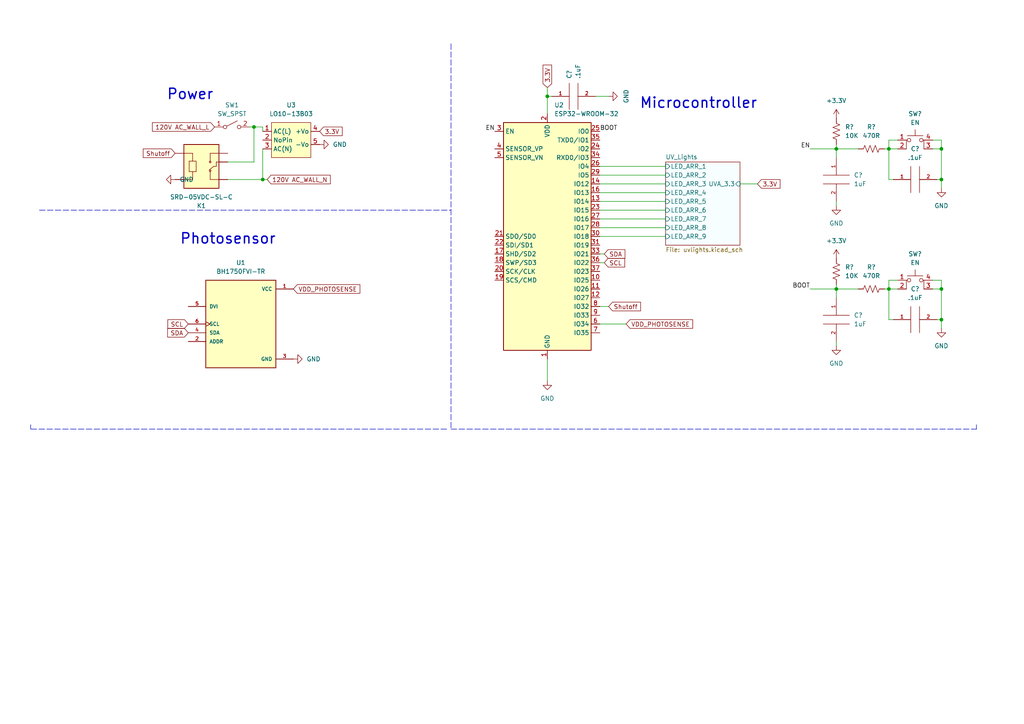
<source format=kicad_sch>
(kicad_sch (version 20211123) (generator eeschema)
  (paper "A4")
  (lib_symbols
    (symbol "BH1750FVI-TR:BH1750FVI-TR" (pin_names (offset 1.016))
      (property "Reference" "U" (at -10.1854 13.462 0))
      (property "Value" "BH1750FVI-TR" (at -9.9314 -15.24 0))
      (symbol "BH1750FVI-TR_0_0"
        (rectangle (start -10.16 -12.7) (end 10.16 12.7) (stroke (width 0.254)) (fill (type background)))
        (pin power_in line (at 15.24 10.16 180) (length 5.08) (name "VCC") (number "1"))
        (pin input line (at -15.24 -5.08 0) (length 5.08) (name "ADDR") (number "2"))
        (pin power_in line (at 15.24 -10.16 180) (length 5.08) (name "GND") (number "3"))
        (pin bidirectional line (at -15.24 -2.54 0) (length 5.08) (name "SDA") (number "4"))
        (pin input line (at -15.24 5.08 0) (length 5.08) (name "DVI") (number "5"))
        (pin input clock (at -15.24 0 0) (length 5.08) (name "SCL") (number "6"))
      )
    )
    (symbol "Device:R_US" (pin_numbers hide) (pin_names (offset 0))
      (property "Reference" "R" (at 2.54 0 90))
      (property "Value" "R_US" (at -2.54 0 90))
      (symbol "R_US_0_1"
        (polyline (pts (xy 0 -2.286) (xy 0 -2.54)))
        (polyline (pts (xy 0 2.286) (xy 0 2.54)))
        (polyline (pts (xy 0 -0.762) (xy 1.016 -1.143) (xy 0 -1.524) (xy -1.016 -1.905) (xy 0 -2.286)))
        (polyline (pts (xy 0 0.762) (xy 1.016 0.381) (xy 0 0) (xy -1.016 -0.381) (xy 0 -0.762)))
        (polyline (pts (xy 0 2.286) (xy 1.016 1.905) (xy 0 1.524) (xy -1.016 1.143) (xy 0 0.762)))
      )
      (symbol "R_US_1_1"
        (pin passive line (at 0 3.81 270) (length 1.27) (name "~") (number "1"))
        (pin passive line (at 0 -3.81 90) (length 1.27) (name "~") (number "2"))
      )
    )
    (symbol "LO10-13B03_1"
      (property "Reference" "U" (at 0 2.54 0))
      (property "Value" "LO10-13B03_1" (at 0 0 0))
      (symbol "LO10-13B03_1_0_1"
        (rectangle (start -6.35 -1.27) (end 5.08 -11.43) (fill (type background)))
      )
      (symbol "LO10-13B03_1_1_1"
        (pin input line (at -8.89 -3.81 0) (length 2.54) (name "AC(L)") (number "1"))
        (pin input line (at -8.89 -6.35 0) (length 2.54) (name "NoPin") (number "2"))
        (pin input line (at -8.89 -8.89 0) (length 2.54) (name "AC(N)") (number "3"))
        (pin input line (at 7.62 -3.81 180) (length 2.54) (name "+Vo") (number "4"))
        (pin input line (at 7.62 -7.62 180) (length 2.54) (name "-Vo") (number "5"))
      )
    )
    (symbol "RF_Module:ESP32-WROOM-32"
      (property "Reference" "U" (at -12.7 34.29 0))
      (property "Value" "ESP32-WROOM-32" (at 1.27 34.29 0))
      (symbol "ESP32-WROOM-32_0_1"
        (rectangle (start -12.7 33.02) (end 12.7 -33.02) (stroke (width 0.254)) (fill (type background)))
      )
      (symbol "ESP32-WROOM-32_1_1"
        (pin power_in line (at 0 -35.56 90) (length 2.54) (name "GND") (number "1"))
        (pin bidirectional line (at 15.24 -12.7 180) (length 2.54) (name "IO25") (number "10"))
        (pin bidirectional line (at 15.24 -15.24 180) (length 2.54) (name "IO26") (number "11"))
        (pin bidirectional line (at 15.24 -17.78 180) (length 2.54) (name "IO27") (number "12"))
        (pin bidirectional line (at 15.24 10.16 180) (length 2.54) (name "IO14") (number "13"))
        (pin bidirectional line (at 15.24 15.24 180) (length 2.54) (name "IO12") (number "14"))
        (pin passive line (at 0 -35.56 90) (length 2.54) hide (name "GND") (number "15"))
        (pin bidirectional line (at 15.24 12.7 180) (length 2.54) (name "IO13") (number "16"))
        (pin bidirectional line (at -15.24 -5.08 0) (length 2.54) (name "SHD/SD2") (number "17"))
        (pin bidirectional line (at -15.24 -7.62 0) (length 2.54) (name "SWP/SD3") (number "18"))
        (pin bidirectional line (at -15.24 -12.7 0) (length 2.54) (name "SCS/CMD") (number "19"))
        (pin power_in line (at 0 35.56 270) (length 2.54) (name "VDD") (number "2"))
        (pin bidirectional line (at -15.24 -10.16 0) (length 2.54) (name "SCK/CLK") (number "20"))
        (pin bidirectional line (at -15.24 0 0) (length 2.54) (name "SDO/SD0") (number "21"))
        (pin bidirectional line (at -15.24 -2.54 0) (length 2.54) (name "SDI/SD1") (number "22"))
        (pin bidirectional line (at 15.24 7.62 180) (length 2.54) (name "IO15") (number "23"))
        (pin bidirectional line (at 15.24 25.4 180) (length 2.54) (name "IO2") (number "24"))
        (pin bidirectional line (at 15.24 30.48 180) (length 2.54) (name "IO0") (number "25"))
        (pin bidirectional line (at 15.24 20.32 180) (length 2.54) (name "IO4") (number "26"))
        (pin bidirectional line (at 15.24 5.08 180) (length 2.54) (name "IO16") (number "27"))
        (pin bidirectional line (at 15.24 2.54 180) (length 2.54) (name "IO17") (number "28"))
        (pin bidirectional line (at 15.24 17.78 180) (length 2.54) (name "IO5") (number "29"))
        (pin input line (at -15.24 30.48 0) (length 2.54) (name "EN") (number "3"))
        (pin bidirectional line (at 15.24 0 180) (length 2.54) (name "IO18") (number "30"))
        (pin bidirectional line (at 15.24 -2.54 180) (length 2.54) (name "IO19") (number "31"))
        (pin no_connect line (at -12.7 -27.94 0) (length 2.54) hide (name "NC") (number "32"))
        (pin bidirectional line (at 15.24 -5.08 180) (length 2.54) (name "IO21") (number "33"))
        (pin bidirectional line (at 15.24 22.86 180) (length 2.54) (name "RXD0/IO3") (number "34"))
        (pin bidirectional line (at 15.24 27.94 180) (length 2.54) (name "TXD0/IO1") (number "35"))
        (pin bidirectional line (at 15.24 -7.62 180) (length 2.54) (name "IO22") (number "36"))
        (pin bidirectional line (at 15.24 -10.16 180) (length 2.54) (name "IO23") (number "37"))
        (pin passive line (at 0 -35.56 90) (length 2.54) hide (name "GND") (number "38"))
        (pin passive line (at 0 -35.56 90) (length 2.54) hide (name "GND") (number "39"))
        (pin input line (at -15.24 25.4 0) (length 2.54) (name "SENSOR_VP") (number "4"))
        (pin input line (at -15.24 22.86 0) (length 2.54) (name "SENSOR_VN") (number "5"))
        (pin input line (at 15.24 -25.4 180) (length 2.54) (name "IO34") (number "6"))
        (pin input line (at 15.24 -27.94 180) (length 2.54) (name "IO35") (number "7"))
        (pin bidirectional line (at 15.24 -20.32 180) (length 2.54) (name "IO32") (number "8"))
        (pin bidirectional line (at 15.24 -22.86 180) (length 2.54) (name "IO33") (number "9"))
      )
    )
    (symbol "SRD-05VDC-SL-C:SRD-05VDC-SL-C" (pin_numbers hide) (pin_names (offset 1.016) hide)
      (property "Reference" "K" (at -5.08 5.842 0))
      (property "Value" "SRD-05VDC-SL-C" (at -5.08 -10.16 0))
      (symbol "SRD-05VDC-SL-C_0_0"
        (rectangle (start -5.08 -7.62) (end 5.08 5.08) (stroke (width 0.254)) (fill (type background)))
        (polyline (pts (xy -5.08 2.54) (xy -2.54 2.54)) (stroke (width 0.1524)))
        (polyline (pts (xy -3.556 -2.794) (xy -2.54 -2.794)) (stroke (width 0.1524)))
        (polyline (pts (xy -3.556 0.254) (xy -3.556 -2.794)) (stroke (width 0.1524)))
        (polyline (pts (xy -2.54 -5.08) (xy -5.08 -5.08)) (stroke (width 0.1524)))
        (polyline (pts (xy -2.54 -2.794) (xy -2.54 -5.08)) (stroke (width 0.1524)))
        (polyline (pts (xy -2.54 -2.794) (xy -1.524 -2.794)) (stroke (width 0.1524)))
        (polyline (pts (xy -2.54 0.254) (xy -3.556 0.254)) (stroke (width 0.1524)))
        (polyline (pts (xy -2.54 2.54) (xy -2.54 0.254)) (stroke (width 0.1524)))
        (polyline (pts (xy -1.524 -2.794) (xy -1.524 0.254)) (stroke (width 0.1524)))
        (polyline (pts (xy -1.524 0.254) (xy -2.54 0.254)) (stroke (width 0.1524)))
        (polyline (pts (xy 2.54 -5.08) (xy 5.08 -5.08)) (stroke (width 0.1524)))
        (polyline (pts (xy 2.54 -2.54) (xy 2.54 -5.08)) (stroke (width 0.1524)))
        (polyline (pts (xy 2.54 2.54) (xy 2.54 0)) (stroke (width 0.1524)))
        (polyline (pts (xy 3.556 -1.27) (xy 2.286 -2.286)) (stroke (width 0.1524)))
        (polyline (pts (xy 3.556 -1.27) (xy 4.318 -1.27)) (stroke (width 0.1524)))
        (polyline (pts (xy 4.318 -1.27) (xy 4.318 0)) (stroke (width 0.1524)))
        (polyline (pts (xy 4.318 0) (xy 5.08 0)) (stroke (width 0.1524)))
        (polyline (pts (xy 5.08 2.54) (xy 2.54 2.54)) (stroke (width 0.1524)))
        (circle (center 2.54 -2.54) (radius 0.254) (stroke (width 0.1524)))
        (circle (center 2.54 0) (radius 0.254) (stroke (width 0.1524)))
        (pin passive line (at -7.62 2.54 0) (length 2.54) (name "~") (number "A1"))
        (pin passive line (at -7.62 -5.08 0) (length 2.54) (name "~") (number "A2"))
        (pin passive line (at 7.62 0 180) (length 2.54) (name "~") (number "COM"))
        (pin passive line (at 7.62 -5.08 180) (length 2.54) (name "~") (number "NC"))
        (pin passive line (at 7.62 2.54 180) (length 2.54) (name "~") (number "NO"))
      )
    )
    (symbol "Switch:SW_MEC_5E" (pin_names (offset 1.016) hide)
      (property "Reference" "SW" (at 0.635 5.715 0))
      (property "Value" "SW_MEC_5E" (at 0 -3.175 0))
      (symbol "SW_MEC_5E_0_1"
        (circle (center -1.778 2.54) (radius 0.508))
        (polyline (pts (xy -2.286 3.81) (xy 2.286 3.81)))
        (polyline (pts (xy 0 3.81) (xy 0 5.588)))
        (polyline (pts (xy -2.54 0) (xy -2.54 2.54) (xy -2.286 2.54)))
        (polyline (pts (xy 2.54 0) (xy 2.54 2.54) (xy 2.286 2.54)))
        (circle (center 1.778 2.54) (radius 0.508))
        (pin passive line (at -5.08 2.54 0) (length 2.54) (name "1") (number "1"))
        (pin passive line (at -5.08 0 0) (length 2.54) (name "2") (number "2"))
        (pin passive line (at 5.08 0 180) (length 2.54) (name "K") (number "3"))
        (pin passive line (at 5.08 2.54 180) (length 2.54) (name "A") (number "4"))
      )
    )
    (symbol "Switch:SW_SPST" (pin_names (offset 0) hide)
      (property "Reference" "SW" (at 0 3.175 0))
      (property "Value" "SW_SPST" (at 0 -2.54 0))
      (symbol "SW_SPST_0_0"
        (circle (center -2.032 0) (radius 0.508))
        (polyline (pts (xy -1.524 0.254) (xy 1.524 1.778)))
        (circle (center 2.032 0) (radius 0.508))
      )
      (symbol "SW_SPST_1_1"
        (pin passive line (at -5.08 0 0) (length 2.54) (name "A") (number "1"))
        (pin passive line (at 5.08 0 180) (length 2.54) (name "B") (number "2"))
      )
    )
    (symbol "power:+3.3V" (power) (pin_names (offset 0))
      (property "Value" "+3.3V" (at 0 3.556 0))
      (symbol "+3.3V_0_1"
        (polyline (pts (xy -0.762 1.27) (xy 0 2.54)))
        (polyline (pts (xy 0 0) (xy 0 2.54)))
        (polyline (pts (xy 0 2.54) (xy 0.762 1.27)))
      )
      (symbol "+3.3V_1_1"
        (pin power_in line (at 0 0 90) (length 0) hide (name "+3.3V") (number "1"))
      )
    )
    (symbol "power:GND" (power) (pin_names (offset 0))
      (property "Value" "GND" (at 0 -3.81 0))
      (symbol "GND_0_1"
        (polyline (pts (xy 0 0) (xy 0 -1.27) (xy 1.27 -1.27) (xy 0 -2.54) (xy -1.27 -1.27) (xy 0 -1.27)))
      )
      (symbol "GND_1_1"
        (pin power_in line (at 0 0 270) (length 0) hide (name "GND") (number "1"))
      )
    )
    (symbol "pspice:C" (pin_names (offset 0.254))
      (property "Reference" "C" (at 2.54 3.81 90))
      (property "Value" "C" (at 2.54 -3.81 90))
      (symbol "C_0_1"
        (polyline (pts (xy -3.81 -1.27) (xy 3.81 -1.27)))
        (polyline (pts (xy -3.81 1.27) (xy 3.81 1.27)))
      )
      (symbol "C_1_1"
        (pin passive line (at 0 6.35 270) (length 5.08) (name "~") (number "1"))
        (pin passive line (at 0 -6.35 90) (length 5.08) (name "~") (number "2"))
      )
    )
  )
  (junction (at 257.81 43.18))
  (junction (at 242.57 43.18))
  (junction (at 273.05 52.07))
  (junction (at 273.05 92.71))
  (junction (at 73.66 36.83))
  (junction (at 273.05 83.82))
  (junction (at 273.05 43.18))
  (junction (at 257.81 83.82))
  (junction (at 76.2 52.07))
  (junction (at 242.57 83.82))
  (junction (at 158.75 27.94))
  (wire (pts (xy 242.57 83.82) (xy 242.57 86.36)))
  (wire (pts (xy 76.2 36.83) (xy 76.2 38.1)))
  (wire (pts (xy 273.05 81.28) (xy 273.05 83.82)))
  (wire (pts (xy 256.54 43.18) (xy 257.81 43.18)))
  (wire (pts (xy 181.61 93.98) (xy 173.99 93.98)))
  (wire (pts (xy 66.04 52.07) (xy 76.2 52.07)))
  (wire (pts (xy 270.51 43.18) (xy 273.05 43.18)))
  (wire (pts (xy 273.05 40.64) (xy 273.05 43.18)))
  (wire (pts (xy 248.92 83.82) (xy 242.57 83.82)))
  (polyline (pts (xy 130.81 12.7) (xy 130.81 124.46)))
  (wire (pts (xy 173.99 63.5) (xy 193.04 63.5)))
  (wire (pts (xy 73.66 36.83) (xy 73.66 46.99)))
  (wire (pts (xy 72.39 36.83) (xy 73.66 36.83)))
  (wire (pts (xy 260.35 40.64) (xy 257.81 40.64)))
  (wire (pts (xy 173.99 66.04) (xy 193.04 66.04)))
  (wire (pts (xy 172.72 27.94) (xy 176.53 27.94)))
  (wire (pts (xy 173.99 73.66) (xy 175.26 73.66)))
  (wire (pts (xy 173.99 53.34) (xy 193.04 53.34)))
  (wire (pts (xy 273.05 92.71) (xy 273.05 95.25)))
  (wire (pts (xy 173.99 50.8) (xy 193.04 50.8)))
  (wire (pts (xy 257.81 83.82) (xy 260.35 83.82)))
  (polyline (pts (xy 129.54 124.46) (xy 8.89 124.46)))
  (wire (pts (xy 234.95 83.82) (xy 242.57 83.82)))
  (wire (pts (xy 256.54 83.82) (xy 257.81 83.82)))
  (polyline (pts (xy 8.89 123.19) (xy 8.89 124.46)))
  (wire (pts (xy 260.35 81.28) (xy 257.81 81.28)))
  (wire (pts (xy 270.51 40.64) (xy 273.05 40.64)))
  (wire (pts (xy 257.81 43.18) (xy 257.81 52.07)))
  (wire (pts (xy 158.75 104.14) (xy 158.75 110.49)))
  (wire (pts (xy 76.2 52.07) (xy 77.47 52.07)))
  (wire (pts (xy 76.2 43.18) (xy 76.2 52.07)))
  (polyline (pts (xy 11.43 60.96) (xy 130.81 60.96)))
  (wire (pts (xy 257.81 52.07) (xy 259.08 52.07)))
  (wire (pts (xy 73.66 36.83) (xy 76.2 36.83)))
  (wire (pts (xy 270.51 81.28) (xy 273.05 81.28)))
  (wire (pts (xy 158.75 27.94) (xy 158.75 33.02)))
  (wire (pts (xy 242.57 41.91) (xy 242.57 43.18)))
  (wire (pts (xy 173.99 68.58) (xy 193.04 68.58)))
  (wire (pts (xy 270.51 83.82) (xy 273.05 83.82)))
  (wire (pts (xy 173.99 55.88) (xy 193.04 55.88)))
  (wire (pts (xy 242.57 43.18) (xy 242.57 45.72)))
  (wire (pts (xy 173.99 58.42) (xy 193.04 58.42)))
  (wire (pts (xy 271.78 92.71) (xy 273.05 92.71)))
  (wire (pts (xy 176.53 88.9) (xy 173.99 88.9)))
  (wire (pts (xy 66.04 46.99) (xy 73.66 46.99)))
  (wire (pts (xy 158.75 25.4) (xy 158.75 27.94)))
  (polyline (pts (xy 130.81 124.46) (xy 283.21 124.46)))
  (wire (pts (xy 248.92 43.18) (xy 242.57 43.18)))
  (wire (pts (xy 257.81 43.18) (xy 260.35 43.18)))
  (wire (pts (xy 242.57 82.55) (xy 242.57 83.82)))
  (wire (pts (xy 173.99 60.96) (xy 193.04 60.96)))
  (wire (pts (xy 257.81 83.82) (xy 257.81 92.71)))
  (wire (pts (xy 271.78 52.07) (xy 273.05 52.07)))
  (wire (pts (xy 257.81 92.71) (xy 259.08 92.71)))
  (wire (pts (xy 173.99 76.2) (xy 175.26 76.2)))
  (wire (pts (xy 242.57 99.06) (xy 242.57 100.33)))
  (wire (pts (xy 257.81 40.64) (xy 257.81 43.18)))
  (wire (pts (xy 234.95 43.18) (xy 242.57 43.18)))
  (wire (pts (xy 214.63 53.34) (xy 219.71 53.34)))
  (wire (pts (xy 273.05 52.07) (xy 273.05 54.61)))
  (wire (pts (xy 158.75 27.94) (xy 160.02 27.94)))
  (wire (pts (xy 257.81 81.28) (xy 257.81 83.82)))
  (polyline (pts (xy 283.21 123.19) (xy 283.21 124.46)))
  (wire (pts (xy 173.99 48.26) (xy 193.04 48.26)))
  (wire (pts (xy 273.05 83.82) (xy 273.05 92.71)))
  (wire (pts (xy 242.57 58.42) (xy 242.57 59.69)))
  (wire (pts (xy 273.05 43.18) (xy 273.05 52.07)))
  (text "Power" (at 48.26 29.21 0) (effects (font (size 3 3) (thickness 0.4) bold) (justify left bottom)))
  (text "Microcontroller" (at 185.42 31.75 0) (effects (font (size 3 3) (thickness 0.4) bold) (justify left bottom)))
  (text "Photosensor" (at 52.07 71.12 0) (effects (font (size 3 3) (thickness 0.4) bold) (justify left bottom)))
  (label "EN" (at 143.51 38.1 180))
  (label "EN" (at 234.95 43.18 180))
  (label "BOOT" (at 234.95 83.82 180))
  (label "BOOT" (at 173.99 38.1 0))
  (global_label "120V AC_WALL_L" (shape input) (at 62.23 36.83 180) (property "Intersheet References" "${INTERSHEET_REFS}" (effects hide)))
  (global_label "VDD_PHOTOSENSE" (shape input) (at 181.61 93.98 0) (property "Intersheet References" "${INTERSHEET_REFS}" (effects hide)))
  (global_label "VDD_PHOTOSENSE" (shape input) (at 85.09 83.82 0) (property "Intersheet References" "${INTERSHEET_REFS}" (effects hide)))
  (global_label "Shutoff" (shape input) (at 176.53 88.9 0) (property "Intersheet References" "${INTERSHEET_REFS}" (effects hide)))
  (global_label "3.3V" (shape input) (at 219.71 53.34 0) (property "Intersheet References" "${INTERSHEET_REFS}" (effects hide)))
  (global_label "Shutoff" (shape input) (at 50.8 44.45 180) (property "Intersheet References" "${INTERSHEET_REFS}" (effects hide)))
  (global_label "SDA" (shape input) (at 175.26 73.66 0) (property "Intersheet References" "${INTERSHEET_REFS}" (effects hide)))
  (global_label "120V AC_WALL_N" (shape input) (at 77.47 52.07 0) (property "Intersheet References" "${INTERSHEET_REFS}" (effects hide)))
  (global_label "SDA" (shape input) (at 54.61 96.52 180) (property "Intersheet References" "${INTERSHEET_REFS}" (effects hide)))
  (global_label "3.3V" (shape input) (at 92.71 38.1 0) (property "Intersheet References" "${INTERSHEET_REFS}" (effects hide)))
  (global_label "SCL" (shape input) (at 175.26 76.2 0) (property "Intersheet References" "${INTERSHEET_REFS}" (effects hide)))
  (global_label "SCL" (shape input) (at 54.61 93.98 180) (property "Intersheet References" "${INTERSHEET_REFS}" (effects hide)))
  (global_label "3.3V" (shape input) (at 158.75 25.4 90) (property "Intersheet References" "${INTERSHEET_REFS}" (effects hide)))
  (symbol (lib_id "SRD-05VDC-SL-C:SRD-05VDC-SL-C") (at 58.42 46.99 0) (unit 1)
    (property "Reference" "K1" (at 58.42 59.69 0))
    (property "Value" "SRD-05VDC-SL-C" (at 58.42 57.15 0))
    (property "Footprint" "RELAY_SRD-05VDC-SL-C" (effects hide))
    (property "STANDARD" "IPC-7251" (effects hide))
    (property "MANUFACTURER" "SONGLE RELAY" (effects hide))
  )
  (symbol (lib_id "pspice:C") (at 166.37 27.94 90) (unit 1)
    (property "Reference" "C?" (at 165.0999 22.86 0) (effects (justify left)))
    (property "Value" ".1uF" (at 167.6399 22.86 0) (effects (justify left)))
  )
  (symbol (lib_id "power:GND") (at 273.05 95.25 0) (unit 1)
    (property "Reference" "#PWR?" (effects hide))
    (property "Value" "GND" (at 273.05 100.33 0))
  )
  (symbol (lib_id "power:GND") (at 176.53 27.94 90) (unit 1)
    (property "Reference" "#PWR?" (effects hide))
    (property "Value" "GND" (at 181.61 27.94 0))
  )
  (symbol (lib_name "LO10-13B03_1") (lib_id "power:LO10-13B03") (at 85.09 34.29 0) (unit 1)
    (property "Reference" "U3" (at 84.455 30.48 0))
    (property "Value" "LO10-13B03" (at 84.455 33.02 0))
  )
  (symbol (lib_id "BH1750FVI-TR:BH1750FVI-TR") (at 69.85 93.98 0) (unit 1)
    (property "Reference" "U1" (at 69.85 76.2 0))
    (property "Value" "BH1750FVI-TR" (at 69.85 78.74 0))
    (property "Footprint" "XDCR_BH1750FVI-TR" (effects hide))
    (property "STANDARD" "Manufacturer recommendations" (effects hide))
    (property "PARTREV" "D" (effects hide))
    (property "MAXIMUM_PACKAGE_HEIGHT" "0.75mm" (effects hide))
    (property "MANUFACTURER" "Rohm" (effects hide))
  )
  (symbol (lib_id "Device:R_US") (at 252.73 83.82 90) (unit 1)
    (property "Reference" "R?" (at 252.73 77.47 90))
    (property "Value" "470R" (at 252.73 80.01 90))
  )
  (symbol (lib_id "Switch:SW_MEC_5E") (at 265.43 83.82 0) (unit 1)
    (property "Reference" "SW?" (at 265.43 73.66 0))
    (property "Value" "EN" (at 265.43 76.2 0))
    (property "Datasheet" "http://www.apem.com/int/index.php?controller=attachment&id_attachment=1371" (effects hide))
  )
  (symbol (lib_id "pspice:C") (at 265.43 92.71 90) (unit 1)
    (property "Reference" "C?" (at 265.43 83.82 90))
    (property "Value" ".1uF" (at 265.43 86.36 90))
  )
  (symbol (lib_id "power:GND") (at 85.09 104.14 90) (unit 1)
    (property "Reference" "#PWR01" (effects hide))
    (property "Value" "GND" (at 88.9 104.1399 90) (effects (justify right)))
  )
  (symbol (lib_id "RF_Module:ESP32-WROOM-32") (at 158.75 68.58 0) (unit 1)
    (property "Reference" "U2" (at 160.7694 30.48 0) (effects (justify left)))
    (property "Value" "ESP32-WROOM-32" (at 160.7694 33.02 0) (effects (justify left)))
    (property "Footprint" "RF_Module:ESP32-WROOM-32" (effects hide))
    (property "Datasheet" "https://www.espressif.com/sites/default/files/documentation/esp32-wroom-32_datasheet_en.pdf" (effects hide))
  )
  (symbol (lib_id "pspice:C") (at 242.57 92.71 0) (unit 1)
    (property "Reference" "C?" (at 247.65 91.4399 0) (effects (justify left)))
    (property "Value" "1uF" (at 247.65 93.9799 0) (effects (justify left)))
  )
  (symbol (lib_id "power:GND") (at 242.57 100.33 0) (unit 1)
    (property "Reference" "#PWR?" (effects hide))
    (property "Value" "GND" (at 242.57 105.41 0))
  )
  (symbol (lib_id "pspice:C") (at 265.43 52.07 90) (unit 1)
    (property "Reference" "C?" (at 265.43 43.18 90))
    (property "Value" ".1uF" (at 265.43 45.72 90))
  )
  (symbol (lib_id "Switch:SW_MEC_5E") (at 265.43 43.18 0) (unit 1)
    (property "Reference" "SW?" (at 265.43 33.02 0))
    (property "Value" "EN" (at 265.43 35.56 0))
    (property "Datasheet" "http://www.apem.com/int/index.php?controller=attachment&id_attachment=1371" (effects hide))
  )
  (symbol (lib_id "Switch:SW_SPST") (at 67.31 36.83 0) (unit 1)
    (property "Reference" "SW1" (at 67.31 30.48 0))
    (property "Value" "SW_SPST" (at 67.31 33.02 0))
  )
  (symbol (lib_id "power:GND") (at 158.75 110.49 0) (unit 1)
    (property "Reference" "#PWR03" (effects hide))
    (property "Value" "GND" (at 158.75 115.57 0))
  )
  (symbol (lib_id "Device:R_US") (at 252.73 43.18 90) (unit 1)
    (property "Reference" "R?" (at 252.73 36.83 90))
    (property "Value" "470R" (at 252.73 39.37 90))
  )
  (symbol (lib_id "pspice:C") (at 242.57 52.07 0) (unit 1)
    (property "Reference" "C?" (at 247.65 50.7999 0) (effects (justify left)))
    (property "Value" "1uF" (at 247.65 53.3399 0) (effects (justify left)))
  )
  (symbol (lib_id "power:GND") (at 50.8 52.07 270) (unit 1)
    (property "Reference" "#PWR06" (effects hide))
    (property "Value" "GND" (at 52.07 52.0699 90) (effects (justify left)))
  )
  (symbol (lib_id "power:+3.3V") (at 242.57 34.29 0) (unit 1)
    (property "Reference" "#PWR?" (effects hide))
    (property "Value" "+3.3V" (at 242.57 29.21 0))
  )
  (symbol (lib_id "Device:R_US") (at 242.57 78.74 0) (unit 1)
    (property "Reference" "R?" (at 245.11 77.4699 0) (effects (justify left)))
    (property "Value" "10K" (at 245.11 80.0099 0) (effects (justify left)))
  )
  (symbol (lib_id "power:+3.3V") (at 242.57 74.93 0) (unit 1)
    (property "Reference" "#PWR?" (effects hide))
    (property "Value" "+3.3V" (at 242.57 69.85 0))
  )
  (symbol (lib_id "Device:R_US") (at 242.57 38.1 0) (unit 1)
    (property "Reference" "R?" (at 245.11 36.8299 0) (effects (justify left)))
    (property "Value" "10K" (at 245.11 39.3699 0) (effects (justify left)))
  )
  (symbol (lib_id "power:GND") (at 242.57 59.69 0) (unit 1)
    (property "Reference" "#PWR?" (effects hide))
    (property "Value" "GND" (at 242.57 64.77 0))
  )
  (symbol (lib_id "power:GND") (at 273.05 54.61 0) (unit 1)
    (property "Reference" "#PWR?" (effects hide))
    (property "Value" "GND" (at 273.05 59.69 0))
  )
  (symbol (lib_id "power:GND") (at 92.71 41.91 90) (unit 1)
    (property "Reference" "#PWR02" (effects hide))
    (property "Value" "GND" (at 96.52 41.9099 90) (effects (justify right)))
  )
  (sheet (at 193.04 46.99) (size 21.59 24.13) (stroke (width 0.1524)) (fill (color 217 249 255 0.2300))
    (property "Sheet name" "UV_Lights" (at 193.04 46.2784 0) (effects (justify left bottom)))
    (property "Sheet file" "uvlights.kicad_sch" (at 193.04 71.7046 0) (effects (justify left top)))
    (pin "UVA_3.3" input (at 214.63 53.34 0))
    (pin "LED_ARR_4" input (at 193.04 55.88 180))
    (pin "LED_ARR_3" input (at 193.04 53.34 180))
    (pin "LED_ARR_2" input (at 193.04 50.8 180))
    (pin "LED_ARR_1" input (at 193.04 48.26 180))
    (pin "LED_ARR_9" input (at 193.04 68.58 180))
    (pin "LED_ARR_8" input (at 193.04 66.04 180))
    (pin "LED_ARR_6" input (at 193.04 60.96 180))
    (pin "LED_ARR_5" input (at 193.04 58.42 180))
    (pin "LED_ARR_7" input (at 193.04 63.5 180))
  )
)
</source>
